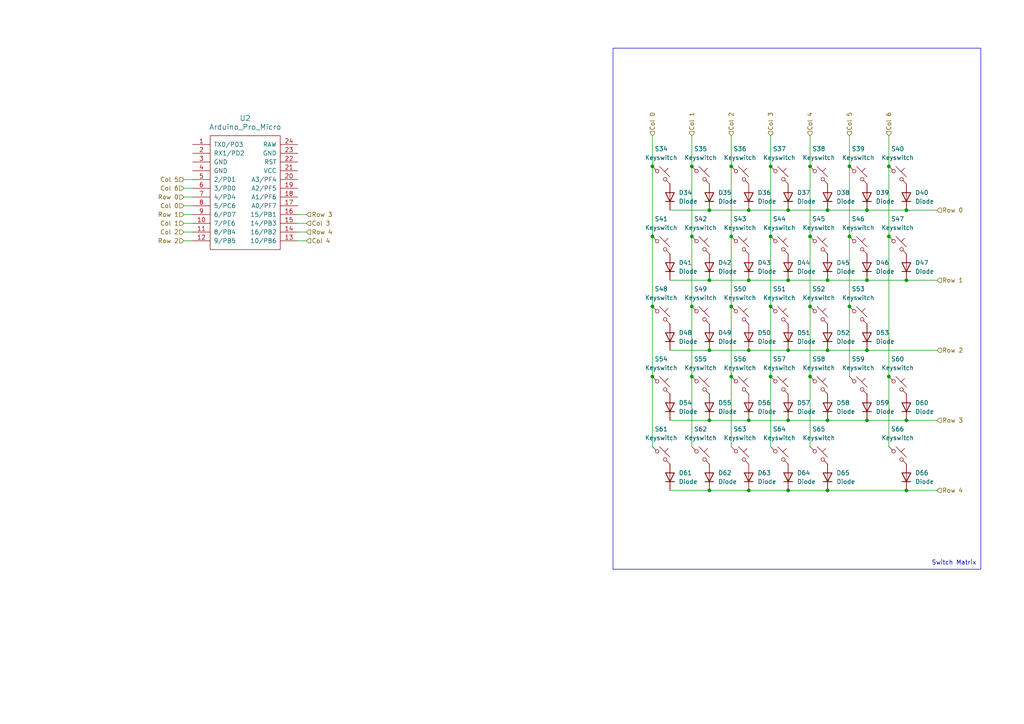
<source format=kicad_sch>
(kicad_sch (version 20250114) (generator "eeschema") (generator_version "9.0")
  (paper "A4")
  (lib_symbols
    (symbol "ScottoKeebs:MCU_Arduino_Pro_Micro" (pin_names (offset 1.016))
      (property "Reference" "U" (at 0 0 0))
      (property "Value" "Arduino_Pro_Micro" (at 0 -19.05 0))
      (symbol "MCU_Arduino_Pro_Micro_0_1"
        (rectangle (start -10.16 16.51) (end 10.16 -16.51))
      )
      (symbol "MCU_Arduino_Pro_Micro_1_1"
        (pin input line (at -15.24 13.97 0) (length 5.08) (name "TX0/PD3") (number "1"))
        (pin input line (at -15.24 11.43 0) (length 5.08) (name "RX1/PD2") (number "2"))
        (pin input line (at -15.24 8.89 0) (length 5.08) (name "GND") (number "3"))
        (pin input line (at -15.24 6.35 0) (length 5.08) (name "GND") (number "4"))
        (pin input line (at -15.24 3.81 0) (length 5.08) (name "2/PD1") (number "5"))
        (pin input line (at -15.24 1.27 0) (length 5.08) (name "3/PD0") (number "6"))
        (pin input line (at -15.24 -1.27 0) (length 5.08) (name "4/PD4") (number "7"))
        (pin input line (at -15.24 -3.81 0) (length 5.08) (name "5/PC6") (number "8"))
        (pin input line (at -15.24 -6.35 0) (length 5.08) (name "6/PD7") (number "9"))
        (pin input line (at -15.24 -8.89 0) (length 5.08) (name "7/PE6") (number "10"))
        (pin input line (at -15.24 -11.43 0) (length 5.08) (name "8/PB4") (number "11"))
        (pin input line (at -15.24 -13.97 0) (length 5.08) (name "9/PB5") (number "12"))
        (pin input line (at 15.24 13.97 180) (length 5.08) (name "RAW") (number "24"))
        (pin input line (at 15.24 11.43 180) (length 5.08) (name "GND") (number "23"))
        (pin input line (at 15.24 8.89 180) (length 5.08) (name "RST") (number "22"))
        (pin input line (at 15.24 6.35 180) (length 5.08) (name "VCC") (number "21"))
        (pin input line (at 15.24 3.81 180) (length 5.08) (name "A3/PF4") (number "20"))
        (pin input line (at 15.24 1.27 180) (length 5.08) (name "A2/PF5") (number "19"))
        (pin input line (at 15.24 -1.27 180) (length 5.08) (name "A1/PF6") (number "18"))
        (pin input line (at 15.24 -3.81 180) (length 5.08) (name "A0/PF7") (number "17"))
        (pin input line (at 15.24 -6.35 180) (length 5.08) (name "15/PB1") (number "16"))
        (pin input line (at 15.24 -8.89 180) (length 5.08) (name "14/PB3") (number "15"))
        (pin input line (at 15.24 -11.43 180) (length 5.08) (name "16/PB2") (number "14"))
        (pin input line (at 15.24 -13.97 180) (length 5.08) (name "10/PB6") (number "13"))
      )
    )
    (symbol "ScottoKeebs:Placeholder_Diode" (pin_numbers (hide yes)) (pin_names (hide yes))
      (property "Reference" "D" (at 0 2.54 0))
      (property "Value" "Diode" (at 0 -2.54 0))
      (symbol "Placeholder_Diode_0_1"
        (polyline (pts (xy -1.27 1.27) (xy -1.27 -1.27)) (stroke (width 0.254)))
        (polyline (pts (xy 1.27 1.27) (xy 1.27 -1.27) (xy -1.27 0) (xy 1.27 1.27)) (stroke (width 0.254)))
        (polyline (pts (xy 1.27 0) (xy -1.27 0)))
      )
      (symbol "Placeholder_Diode_1_1"
        (pin passive line (at -3.81 0 0) (length 2.54) (name "K") (number "1"))
        (pin passive line (at 3.81 0 180) (length 2.54) (name "A") (number "2"))
      )
    )
    (symbol "ScottoKeebs:Placeholder_Keyswitch" (pin_numbers (hide yes)) (pin_names (offset 1.016) (hide yes))
      (property "Reference" "S" (at 3.048 1.016 0))
      (property "Value" "Keyswitch" (at 0 -3.81 0))
      (symbol "Placeholder_Keyswitch_0_1"
        (polyline (pts (xy -2.54 2.54) (xy -1.524 1.524) (xy -1.524 1.524)))
        (circle (center -1.1684 1.1684) (radius 0.508))
        (polyline (pts (xy -0.508 2.54) (xy 2.54 -0.508)))
        (polyline (pts (xy 1.016 1.016) (xy 2.032 2.032)))
        (circle (center 1.143 -1.1938) (radius 0.508))
        (polyline (pts (xy 1.524 -1.524) (xy 2.54 -2.54) (xy 2.54 -2.54) (xy 2.54 -2.54)))
        (pin passive line (at -2.54 2.54 0) (length 0) (name "1") (number "1"))
        (pin passive line (at 2.54 -2.54 180) (length 0) (name "2") (number "2"))
      )
    )
  )
  (rectangle (start 177.8 13.97) (end 284.48 165.1))
  (text "Switch Matrix" (at 283.21 163.322 0) (effects (font (size 1.27 1.27)) (justify right)))
  (junction (at 189.23 68.58))
  (junction (at 205.74 142.24))
  (junction (at 262.89 60.96))
  (junction (at 205.74 81.28))
  (junction (at 228.6 81.28))
  (junction (at 240.03 142.24))
  (junction (at 234.95 48.26))
  (junction (at 200.66 109.22))
  (junction (at 246.38 88.9))
  (junction (at 240.03 121.92))
  (junction (at 251.46 60.96))
  (junction (at 217.17 142.24))
  (junction (at 257.81 48.26))
  (junction (at 240.03 60.96))
  (junction (at 217.17 121.92))
  (junction (at 223.52 68.58))
  (junction (at 200.66 48.26))
  (junction (at 228.6 101.6))
  (junction (at 212.09 68.58))
  (junction (at 212.09 109.22))
  (junction (at 240.03 81.28))
  (junction (at 189.23 109.22))
  (junction (at 246.38 48.26))
  (junction (at 251.46 101.6))
  (junction (at 205.74 121.92))
  (junction (at 240.03 101.6))
  (junction (at 200.66 88.9))
  (junction (at 189.23 48.26))
  (junction (at 228.6 142.24))
  (junction (at 189.23 88.9))
  (junction (at 246.38 68.58))
  (junction (at 217.17 60.96))
  (junction (at 234.95 109.22))
  (junction (at 234.95 68.58))
  (junction (at 205.74 101.6))
  (junction (at 257.81 68.58))
  (junction (at 217.17 101.6))
  (junction (at 223.52 109.22))
  (junction (at 262.89 142.24))
  (junction (at 212.09 48.26))
  (junction (at 200.66 68.58))
  (junction (at 234.95 88.9))
  (junction (at 223.52 88.9))
  (junction (at 223.52 48.26))
  (junction (at 228.6 60.96))
  (junction (at 262.89 121.92))
  (junction (at 205.74 60.96))
  (junction (at 262.89 81.28))
  (junction (at 251.46 121.92))
  (junction (at 251.46 81.28))
  (junction (at 212.09 88.9))
  (junction (at 228.6 121.92))
  (junction (at 217.17 81.28))
  (junction (at 257.81 109.22))
  (wire (pts (xy 194.31 60.96) (xy 205.74 60.96)))
  (wire (pts (xy 251.46 60.96) (xy 262.89 60.96)))
  (wire (pts (xy 53.34 62.23) (xy 55.88 62.23)))
  (wire (pts (xy 246.38 48.26) (xy 246.38 68.58)))
  (wire (pts (xy 223.52 109.22) (xy 223.52 129.54)))
  (wire (pts (xy 212.09 68.58) (xy 212.09 88.9)))
  (wire (pts (xy 200.66 68.58) (xy 200.66 88.9)))
  (wire (pts (xy 240.03 60.96) (xy 251.46 60.96)))
  (wire (pts (xy 251.46 121.92) (xy 262.89 121.92)))
  (wire (pts (xy 217.17 101.6) (xy 228.6 101.6)))
  (wire (pts (xy 189.23 48.26) (xy 189.23 68.58)))
  (wire (pts (xy 246.38 39.37) (xy 246.38 48.26)))
  (wire (pts (xy 189.23 88.9) (xy 189.23 109.22)))
  (wire (pts (xy 53.34 67.31) (xy 55.88 67.31)))
  (wire (pts (xy 205.74 142.24) (xy 217.17 142.24)))
  (wire (pts (xy 234.95 48.26) (xy 234.95 68.58)))
  (wire (pts (xy 271.78 121.92) (xy 262.89 121.92)))
  (wire (pts (xy 271.78 60.96) (xy 262.89 60.96)))
  (wire (pts (xy 223.52 68.58) (xy 223.52 88.9)))
  (wire (pts (xy 240.03 121.92) (xy 251.46 121.92)))
  (wire (pts (xy 223.52 88.9) (xy 223.52 109.22)))
  (wire (pts (xy 246.38 68.58) (xy 246.38 88.9)))
  (wire (pts (xy 240.03 142.24) (xy 262.89 142.24)))
  (wire (pts (xy 228.6 121.92) (xy 240.03 121.92)))
  (wire (pts (xy 194.31 142.24) (xy 205.74 142.24)))
  (wire (pts (xy 212.09 48.26) (xy 212.09 68.58)))
  (wire (pts (xy 194.31 121.92) (xy 205.74 121.92)))
  (wire (pts (xy 240.03 81.28) (xy 251.46 81.28)))
  (wire (pts (xy 234.95 68.58) (xy 234.95 88.9)))
  (wire (pts (xy 228.6 60.96) (xy 240.03 60.96)))
  (wire (pts (xy 271.78 142.24) (xy 262.89 142.24)))
  (wire (pts (xy 246.38 88.9) (xy 246.38 109.22)))
  (wire (pts (xy 194.31 101.6) (xy 205.74 101.6)))
  (wire (pts (xy 228.6 142.24) (xy 240.03 142.24)))
  (wire (pts (xy 217.17 60.96) (xy 228.6 60.96)))
  (wire (pts (xy 200.66 88.9) (xy 200.66 109.22)))
  (wire (pts (xy 189.23 68.58) (xy 189.23 88.9)))
  (wire (pts (xy 88.9 62.23) (xy 86.36 62.23)))
  (wire (pts (xy 205.74 60.96) (xy 217.17 60.96)))
  (wire (pts (xy 53.34 64.77) (xy 55.88 64.77)))
  (wire (pts (xy 212.09 109.22) (xy 212.09 129.54)))
  (wire (pts (xy 271.78 101.6) (xy 251.46 101.6)))
  (wire (pts (xy 88.9 69.85) (xy 86.36 69.85)))
  (wire (pts (xy 189.23 39.37) (xy 189.23 48.26)))
  (wire (pts (xy 217.17 81.28) (xy 228.6 81.28)))
  (wire (pts (xy 234.95 109.22) (xy 234.95 129.54)))
  (wire (pts (xy 53.34 59.69) (xy 55.88 59.69)))
  (wire (pts (xy 257.81 68.58) (xy 257.81 109.22)))
  (wire (pts (xy 200.66 39.37) (xy 200.66 48.26)))
  (wire (pts (xy 205.74 121.92) (xy 217.17 121.92)))
  (wire (pts (xy 212.09 88.9) (xy 212.09 109.22)))
  (wire (pts (xy 223.52 48.26) (xy 223.52 68.58)))
  (wire (pts (xy 251.46 81.28) (xy 262.89 81.28)))
  (wire (pts (xy 53.34 52.07) (xy 55.88 52.07)))
  (wire (pts (xy 205.74 101.6) (xy 217.17 101.6)))
  (wire (pts (xy 240.03 101.6) (xy 251.46 101.6)))
  (wire (pts (xy 228.6 101.6) (xy 240.03 101.6)))
  (wire (pts (xy 189.23 109.22) (xy 189.23 129.54)))
  (wire (pts (xy 257.81 39.37) (xy 257.81 48.26)))
  (wire (pts (xy 53.34 57.15) (xy 55.88 57.15)))
  (wire (pts (xy 234.95 88.9) (xy 234.95 109.22)))
  (wire (pts (xy 194.31 81.28) (xy 205.74 81.28)))
  (wire (pts (xy 257.81 48.26) (xy 257.81 68.58)))
  (wire (pts (xy 217.17 121.92) (xy 228.6 121.92)))
  (wire (pts (xy 200.66 109.22) (xy 200.66 129.54)))
  (wire (pts (xy 223.52 39.37) (xy 223.52 48.26)))
  (wire (pts (xy 212.09 39.37) (xy 212.09 48.26)))
  (wire (pts (xy 53.34 54.61) (xy 55.88 54.61)))
  (wire (pts (xy 257.81 109.22) (xy 257.81 129.54)))
  (wire (pts (xy 234.95 39.37) (xy 234.95 48.26)))
  (wire (pts (xy 205.74 81.28) (xy 217.17 81.28)))
  (wire (pts (xy 217.17 142.24) (xy 228.6 142.24)))
  (wire (pts (xy 88.9 67.31) (xy 86.36 67.31)))
  (wire (pts (xy 262.89 81.28) (xy 271.78 81.28)))
  (wire (pts (xy 228.6 81.28) (xy 240.03 81.28)))
  (wire (pts (xy 53.34 69.85) (xy 55.88 69.85)))
  (wire (pts (xy 200.66 48.26) (xy 200.66 68.58)))
  (wire (pts (xy 88.9 64.77) (xy 86.36 64.77)))
  (hierarchical_label "Row 4" (shape input) (at 88.9 67.31 0))
  (hierarchical_label "Row 2" (shape input) (at 53.34 69.85 180))
  (hierarchical_label "Row 2" (shape input) (at 271.78 101.6 0))
  (hierarchical_label "Col 3" (shape input) (at 88.9 64.77 0))
  (hierarchical_label "Row 0" (shape input) (at 53.34 57.15 180))
  (hierarchical_label "Col 5" (shape input) (at 246.38 39.37 90))
  (hierarchical_label "Row 4" (shape input) (at 271.78 142.24 0))
  (hierarchical_label "Col 2" (shape input) (at 212.09 39.37 90))
  (hierarchical_label "Col 4" (shape input) (at 234.95 39.37 90))
  (hierarchical_label "Col 3" (shape input) (at 223.52 39.37 90))
  (hierarchical_label "Row 3" (shape input) (at 88.9 62.23 0))
  (hierarchical_label "Col 6" (shape input) (at 257.81 39.37 90))
  (hierarchical_label "Col 0" (shape input) (at 189.23 39.37 90))
  (hierarchical_label "Col 1" (shape input) (at 200.66 39.37 90))
  (hierarchical_label "Col 1" (shape input) (at 53.34 64.77 180))
  (hierarchical_label "Row 1" (shape input) (at 53.34 62.23 180))
  (hierarchical_label "Row 1" (shape input) (at 271.78 81.28 0))
  (hierarchical_label "Col 2" (shape input) (at 53.34 67.31 180))
  (hierarchical_label "Col 4" (shape input) (at 88.9 69.85 0))
  (hierarchical_label "Col 6" (shape input) (at 53.34 54.61 180))
  (hierarchical_label "Row 0" (shape input) (at 271.78 60.96 0))
  (hierarchical_label "Col 0" (shape input) (at 53.34 59.69 180))
  (hierarchical_label "Col 5" (shape input) (at 53.34 52.07 180))
  (hierarchical_label "Row 3" (shape input) (at 271.78 121.92 0))
  (symbol (lib_id "ScottoKeebs:Placeholder_Keyswitch") (at 214.63 91.44 0) (unit 1)
    (property "Reference" "S50" (at 214.63 83.82 0))
    (property "Value" "Keyswitch" (at 214.63 86.36 0))
    (property "Footprint" "ScottoKeebs_Hotswap:Hotswap_MX_1.00u" (effects (hide yes)))
    (property "Description" "Push button switch, normally open, two pins, 45° tilted" (effects (hide yes)))
  )
  (symbol (lib_id "ScottoKeebs:Placeholder_Diode") (at 251.46 118.11 90) (unit 1)
    (property "Reference" "D59" (at 254 116.8399 90) (effects (justify right)))
    (property "Value" "Diode" (at 254 119.3799 90) (effects (justify right)))
    (property "Footprint" "ScottoKeebs_Components:Diode_SOD-123" (effects (hide yes)))
    (property "Description" "1N4148 (DO-35) or 1N4148W (SOD-123)" (effects (hide yes)))
    (property "Sim.Device" "D" (effects (hide yes)))
    (property "Sim.Pins" "1=K 2=A" (effects (hide yes)))
  )
  (symbol (lib_id "ScottoKeebs:Placeholder_Diode") (at 262.89 118.11 90) (unit 1)
    (property "Reference" "D60" (at 265.43 116.8399 90) (effects (justify right)))
    (property "Value" "Diode" (at 265.43 119.3799 90) (effects (justify right)))
    (property "Footprint" "ScottoKeebs_Components:Diode_SOD-123" (effects (hide yes)))
    (property "Description" "1N4148 (DO-35) or 1N4148W (SOD-123)" (effects (hide yes)))
    (property "Sim.Device" "D" (effects (hide yes)))
    (property "Sim.Pins" "1=K 2=A" (effects (hide yes)))
  )
  (symbol (lib_id "ScottoKeebs:Placeholder_Keyswitch") (at 203.2 111.76 0) (unit 1)
    (property "Reference" "S55" (at 203.2 104.14 0))
    (property "Value" "Keyswitch" (at 203.2 106.68 0))
    (property "Footprint" "ScottoKeebs_Hotswap:Hotswap_MX_1.00u" (effects (hide yes)))
    (property "Description" "Push button switch, normally open, two pins, 45° tilted" (effects (hide yes)))
  )
  (symbol (lib_id "ScottoKeebs:Placeholder_Keyswitch") (at 191.77 111.76 0) (unit 1)
    (property "Reference" "S54" (at 191.77 104.14 0))
    (property "Value" "Keyswitch" (at 191.77 106.68 0))
    (property "Footprint" "ScottoKeebs_Hotswap:Hotswap_MX_1.00u" (effects (hide yes)))
    (property "Description" "Push button switch, normally open, two pins, 45° tilted" (effects (hide yes)))
  )
  (symbol (lib_id "ScottoKeebs:Placeholder_Diode") (at 217.17 138.43 90) (unit 1)
    (property "Reference" "D63" (at 219.71 137.1599 90) (effects (justify right)))
    (property "Value" "Diode" (at 219.71 139.6999 90) (effects (justify right)))
    (property "Footprint" "ScottoKeebs_Components:Diode_SOD-123" (effects (hide yes)))
    (property "Description" "1N4148 (DO-35) or 1N4148W (SOD-123)" (effects (hide yes)))
    (property "Sim.Device" "D" (effects (hide yes)))
    (property "Sim.Pins" "1=K 2=A" (effects (hide yes)))
  )
  (symbol (lib_id "ScottoKeebs:Placeholder_Keyswitch") (at 237.49 50.8 0) (unit 1)
    (property "Reference" "S38" (at 237.49 43.18 0))
    (property "Value" "Keyswitch" (at 237.49 45.72 0))
    (property "Footprint" "ScottoKeebs_Hotswap:Hotswap_MX_1.00u" (effects (hide yes)))
    (property "Description" "Push button switch, normally open, two pins, 45° tilted" (effects (hide yes)))
  )
  (symbol (lib_id "ScottoKeebs:Placeholder_Diode") (at 217.17 57.15 90) (unit 1)
    (property "Reference" "D36" (at 219.71 55.8799 90) (effects (justify right)))
    (property "Value" "Diode" (at 219.71 58.4199 90) (effects (justify right)))
    (property "Footprint" "ScottoKeebs_Components:Diode_SOD-123" (effects (hide yes)))
    (property "Description" "1N4148 (DO-35) or 1N4148W (SOD-123)" (effects (hide yes)))
    (property "Sim.Device" "D" (effects (hide yes)))
    (property "Sim.Pins" "1=K 2=A" (effects (hide yes)))
  )
  (symbol (lib_id "ScottoKeebs:Placeholder_Diode") (at 228.6 57.15 90) (unit 1)
    (property "Reference" "D37" (at 231.14 55.8799 90) (effects (justify right)))
    (property "Value" "Diode" (at 231.14 58.4199 90) (effects (justify right)))
    (property "Footprint" "ScottoKeebs_Components:Diode_SOD-123" (effects (hide yes)))
    (property "Description" "1N4148 (DO-35) or 1N4148W (SOD-123)" (effects (hide yes)))
    (property "Sim.Device" "D" (effects (hide yes)))
    (property "Sim.Pins" "1=K 2=A" (effects (hide yes)))
  )
  (symbol (lib_id "ScottoKeebs:Placeholder_Diode") (at 251.46 97.79 90) (unit 1)
    (property "Reference" "D53" (at 254 96.5199 90) (effects (justify right)))
    (property "Value" "Diode" (at 254 99.0599 90) (effects (justify right)))
    (property "Footprint" "ScottoKeebs_Components:Diode_SOD-123" (effects (hide yes)))
    (property "Description" "1N4148 (DO-35) or 1N4148W (SOD-123)" (effects (hide yes)))
    (property "Sim.Device" "D" (effects (hide yes)))
    (property "Sim.Pins" "1=K 2=A" (effects (hide yes)))
  )
  (symbol (lib_id "ScottoKeebs:Placeholder_Keyswitch") (at 203.2 71.12 0) (unit 1)
    (property "Reference" "S42" (at 203.2 63.5 0))
    (property "Value" "Keyswitch" (at 203.2 66.04 0))
    (property "Footprint" "ScottoKeebs_Hotswap:Hotswap_MX_1.00u" (effects (hide yes)))
    (property "Description" "Push button switch, normally open, two pins, 45° tilted" (effects (hide yes)))
  )
  (symbol (lib_id "ScottoKeebs:Placeholder_Keyswitch") (at 260.35 132.08 0) (unit 1)
    (property "Reference" "S66" (at 260.35 124.46 0))
    (property "Value" "Keyswitch" (at 260.35 127 0))
    (property "Footprint" "ScottoKeebs_Hotswap:Hotswap_MX_1.00u" (effects (hide yes)))
    (property "Description" "Push button switch, normally open, two pins, 45° tilted" (effects (hide yes)))
  )
  (symbol (lib_id "ScottoKeebs:Placeholder_Keyswitch") (at 237.49 91.44 0) (unit 1)
    (property "Reference" "S52" (at 237.49 83.82 0))
    (property "Value" "Keyswitch" (at 237.49 86.36 0))
    (property "Footprint" "ScottoKeebs_Hotswap:Hotswap_MX_1.00u" (effects (hide yes)))
    (property "Description" "Push button switch, normally open, two pins, 45° tilted" (effects (hide yes)))
  )
  (symbol (lib_id "ScottoKeebs:Placeholder_Diode") (at 194.31 97.79 90) (unit 1)
    (property "Reference" "D48" (at 196.85 96.5199 90) (effects (justify right)))
    (property "Value" "Diode" (at 196.85 99.0599 90) (effects (justify right)))
    (property "Footprint" "ScottoKeebs_Components:Diode_SOD-123" (effects (hide yes)))
    (property "Description" "1N4148 (DO-35) or 1N4148W (SOD-123)" (effects (hide yes)))
    (property "Sim.Device" "D" (effects (hide yes)))
    (property "Sim.Pins" "1=K 2=A" (effects (hide yes)))
  )
  (symbol (lib_id "ScottoKeebs:Placeholder_Diode") (at 205.74 77.47 90) (unit 1)
    (property "Reference" "D42" (at 208.28 76.1999 90) (effects (justify right)))
    (property "Value" "Diode" (at 208.28 78.7399 90) (effects (justify right)))
    (property "Footprint" "ScottoKeebs_Components:Diode_SOD-123" (effects (hide yes)))
    (property "Description" "1N4148 (DO-35) or 1N4148W (SOD-123)" (effects (hide yes)))
    (property "Sim.Device" "D" (effects (hide yes)))
    (property "Sim.Pins" "1=K 2=A" (effects (hide yes)))
  )
  (symbol (lib_id "ScottoKeebs:Placeholder_Diode") (at 205.74 97.79 90) (unit 1)
    (property "Reference" "D49" (at 208.28 96.5199 90) (effects (justify right)))
    (property "Value" "Diode" (at 208.28 99.0599 90) (effects (justify right)))
    (property "Footprint" "ScottoKeebs_Components:Diode_SOD-123" (effects (hide yes)))
    (property "Description" "1N4148 (DO-35) or 1N4148W (SOD-123)" (effects (hide yes)))
    (property "Sim.Device" "D" (effects (hide yes)))
    (property "Sim.Pins" "1=K 2=A" (effects (hide yes)))
  )
  (symbol (lib_id "ScottoKeebs:Placeholder_Diode") (at 262.89 77.47 90) (unit 1)
    (property "Reference" "D47" (at 265.43 76.1999 90) (effects (justify right)))
    (property "Value" "Diode" (at 265.43 78.7399 90) (effects (justify right)))
    (property "Footprint" "ScottoKeebs_Components:Diode_SOD-123" (effects (hide yes)))
    (property "Description" "1N4148 (DO-35) or 1N4148W (SOD-123)" (effects (hide yes)))
    (property "Sim.Device" "D" (effects (hide yes)))
    (property "Sim.Pins" "1=K 2=A" (effects (hide yes)))
  )
  (symbol (lib_id "ScottoKeebs:Placeholder_Keyswitch") (at 226.06 50.8 0) (unit 1)
    (property "Reference" "S37" (at 226.06 43.18 0))
    (property "Value" "Keyswitch" (at 226.06 45.72 0))
    (property "Footprint" "ScottoKeebs_Hotswap:Hotswap_MX_1.00u" (effects (hide yes)))
    (property "Description" "Push button switch, normally open, two pins, 45° tilted" (effects (hide yes)))
  )
  (symbol (lib_id "ScottoKeebs:Placeholder_Diode") (at 217.17 97.79 90) (unit 1)
    (property "Reference" "D50" (at 219.71 96.5199 90) (effects (justify right)))
    (property "Value" "Diode" (at 219.71 99.0599 90) (effects (justify right)))
    (property "Footprint" "ScottoKeebs_Components:Diode_SOD-123" (effects (hide yes)))
    (property "Description" "1N4148 (DO-35) or 1N4148W (SOD-123)" (effects (hide yes)))
    (property "Sim.Device" "D" (effects (hide yes)))
    (property "Sim.Pins" "1=K 2=A" (effects (hide yes)))
  )
  (symbol (lib_id "ScottoKeebs:Placeholder_Diode") (at 240.03 77.47 90) (unit 1)
    (property "Reference" "D45" (at 242.57 76.1999 90) (effects (justify right)))
    (property "Value" "Diode" (at 242.57 78.7399 90) (effects (justify right)))
    (property "Footprint" "ScottoKeebs_Components:Diode_SOD-123" (effects (hide yes)))
    (property "Description" "1N4148 (DO-35) or 1N4148W (SOD-123)" (effects (hide yes)))
    (property "Sim.Device" "D" (effects (hide yes)))
    (property "Sim.Pins" "1=K 2=A" (effects (hide yes)))
  )
  (symbol (lib_id "ScottoKeebs:Placeholder_Diode") (at 240.03 57.15 90) (unit 1)
    (property "Reference" "D38" (at 242.57 55.8799 90) (effects (justify right)))
    (property "Value" "Diode" (at 242.57 58.4199 90) (effects (justify right)))
    (property "Footprint" "ScottoKeebs_Components:Diode_SOD-123" (effects (hide yes)))
    (property "Description" "1N4148 (DO-35) or 1N4148W (SOD-123)" (effects (hide yes)))
    (property "Sim.Device" "D" (effects (hide yes)))
    (property "Sim.Pins" "1=K 2=A" (effects (hide yes)))
  )
  (symbol (lib_id "ScottoKeebs:Placeholder_Diode") (at 262.89 57.15 90) (unit 1)
    (property "Reference" "D40" (at 265.43 55.8799 90) (effects (justify right)))
    (property "Value" "Diode" (at 265.43 58.4199 90) (effects (justify right)))
    (property "Footprint" "ScottoKeebs_Components:Diode_SOD-123" (effects (hide yes)))
    (property "Description" "1N4148 (DO-35) or 1N4148W (SOD-123)" (effects (hide yes)))
    (property "Sim.Device" "D" (effects (hide yes)))
    (property "Sim.Pins" "1=K 2=A" (effects (hide yes)))
  )
  (symbol (lib_id "ScottoKeebs:Placeholder_Keyswitch") (at 260.35 111.76 0) (unit 1)
    (property "Reference" "S60" (at 260.35 104.14 0))
    (property "Value" "Keyswitch" (at 260.35 106.68 0))
    (property "Footprint" "ScottoKeebs_Hotswap:Hotswap_MX_2.00u_90deg" (effects (hide yes)))
    (property "Description" "Push button switch, normally open, two pins, 45° tilted" (effects (hide yes)))
  )
  (symbol (lib_id "ScottoKeebs:Placeholder_Diode") (at 251.46 57.15 90) (unit 1)
    (property "Reference" "D39" (at 254 55.8799 90) (effects (justify right)))
    (property "Value" "Diode" (at 254 58.4199 90) (effects (justify right)))
    (property "Footprint" "ScottoKeebs_Components:Diode_SOD-123" (effects (hide yes)))
    (property "Description" "1N4148 (DO-35) or 1N4148W (SOD-123)" (effects (hide yes)))
    (property "Sim.Device" "D" (effects (hide yes)))
    (property "Sim.Pins" "1=K 2=A" (effects (hide yes)))
  )
  (symbol (lib_id "ScottoKeebs:MCU_Arduino_Pro_Micro") (at 71.12 55.88 0) (unit 1)
    (property "Reference" "U2" (at 71.12 34.29 0) (effects (font (size 1.524 1.524))))
    (property "Value" "Arduino_Pro_Micro" (at 71.12 36.83 0) (effects (font (size 1.524 1.524))))
    (property "Footprint" "ScottoKeebs_MCU:Arduino_Pro_Micro" (effects (hide yes)))
  )
  (symbol (lib_id "ScottoKeebs:Placeholder_Keyswitch") (at 203.2 132.08 0) (unit 1)
    (property "Reference" "S62" (at 203.2 124.46 0))
    (property "Value" "Keyswitch" (at 203.2 127 0))
    (property "Footprint" "ScottoKeebs_Hotswap:Hotswap_MX_1.00u" (effects (hide yes)))
    (property "Description" "Push button switch, normally open, two pins, 45° tilted" (effects (hide yes)))
  )
  (symbol (lib_id "ScottoKeebs:Placeholder_Keyswitch") (at 260.35 71.12 0) (unit 1)
    (property "Reference" "S47" (at 260.35 63.5 0))
    (property "Value" "Keyswitch" (at 260.35 66.04 0))
    (property "Footprint" "ScottoKeebs_Hotswap:Hotswap_MX_1.00u" (effects (hide yes)))
    (property "Description" "Push button switch, normally open, two pins, 45° tilted" (effects (hide yes)))
  )
  (symbol (lib_id "ScottoKeebs:Placeholder_Keyswitch") (at 214.63 132.08 0) (unit 1)
    (property "Reference" "S63" (at 214.63 124.46 0))
    (property "Value" "Keyswitch" (at 214.63 127 0))
    (property "Footprint" "ScottoKeebs_Hotswap:Hotswap_MX_1.00u" (effects (hide yes)))
    (property "Description" "Push button switch, normally open, two pins, 45° tilted" (effects (hide yes)))
  )
  (symbol (lib_id "ScottoKeebs:Placeholder_Diode") (at 262.89 138.43 90) (unit 1)
    (property "Reference" "D66" (at 265.43 137.1599 90) (effects (justify right)))
    (property "Value" "Diode" (at 265.43 139.6999 90) (effects (justify right)))
    (property "Footprint" "ScottoKeebs_Components:Diode_SOD-123" (effects (hide yes)))
    (property "Description" "1N4148 (DO-35) or 1N4148W (SOD-123)" (effects (hide yes)))
    (property "Sim.Device" "D" (effects (hide yes)))
    (property "Sim.Pins" "1=K 2=A" (effects (hide yes)))
  )
  (symbol (lib_id "ScottoKeebs:Placeholder_Keyswitch") (at 226.06 71.12 0) (unit 1)
    (property "Reference" "S44" (at 226.06 63.5 0))
    (property "Value" "Keyswitch" (at 226.06 66.04 0))
    (property "Footprint" "ScottoKeebs_Hotswap:Hotswap_MX_1.00u" (effects (hide yes)))
    (property "Description" "Push button switch, normally open, two pins, 45° tilted" (effects (hide yes)))
  )
  (symbol (lib_id "ScottoKeebs:Placeholder_Diode") (at 228.6 97.79 90) (unit 1)
    (property "Reference" "D51" (at 231.14 96.5199 90) (effects (justify right)))
    (property "Value" "Diode" (at 231.14 99.0599 90) (effects (justify right)))
    (property "Footprint" "ScottoKeebs_Components:Diode_SOD-123" (effects (hide yes)))
    (property "Description" "1N4148 (DO-35) or 1N4148W (SOD-123)" (effects (hide yes)))
    (property "Sim.Device" "D" (effects (hide yes)))
    (property "Sim.Pins" "1=K 2=A" (effects (hide yes)))
  )
  (symbol (lib_id "ScottoKeebs:Placeholder_Diode") (at 205.74 118.11 90) (unit 1)
    (property "Reference" "D55" (at 208.28 116.8399 90) (effects (justify right)))
    (property "Value" "Diode" (at 208.28 119.3799 90) (effects (justify right)))
    (property "Footprint" "ScottoKeebs_Components:Diode_SOD-123" (effects (hide yes)))
    (property "Description" "1N4148 (DO-35) or 1N4148W (SOD-123)" (effects (hide yes)))
    (property "Sim.Device" "D" (effects (hide yes)))
    (property "Sim.Pins" "1=K 2=A" (effects (hide yes)))
  )
  (symbol (lib_id "ScottoKeebs:Placeholder_Keyswitch") (at 226.06 91.44 0) (unit 1)
    (property "Reference" "S51" (at 226.06 83.82 0))
    (property "Value" "Keyswitch" (at 226.06 86.36 0))
    (property "Footprint" "ScottoKeebs_Hotswap:Hotswap_MX_1.00u" (effects (hide yes)))
    (property "Description" "Push button switch, normally open, two pins, 45° tilted" (effects (hide yes)))
  )
  (symbol (lib_id "ScottoKeebs:Placeholder_Diode") (at 251.46 77.47 90) (unit 1)
    (property "Reference" "D46" (at 254 76.1999 90) (effects (justify right)))
    (property "Value" "Diode" (at 254 78.7399 90) (effects (justify right)))
    (property "Footprint" "ScottoKeebs_Components:Diode_SOD-123" (effects (hide yes)))
    (property "Description" "1N4148 (DO-35) or 1N4148W (SOD-123)" (effects (hide yes)))
    (property "Sim.Device" "D" (effects (hide yes)))
    (property "Sim.Pins" "1=K 2=A" (effects (hide yes)))
  )
  (symbol (lib_id "ScottoKeebs:Placeholder_Diode") (at 240.03 138.43 90) (unit 1)
    (property "Reference" "D65" (at 242.57 137.1599 90) (effects (justify right)))
    (property "Value" "Diode" (at 242.57 139.6999 90) (effects (justify right)))
    (property "Footprint" "ScottoKeebs_Components:Diode_SOD-123" (effects (hide yes)))
    (property "Description" "1N4148 (DO-35) or 1N4148W (SOD-123)" (effects (hide yes)))
    (property "Sim.Device" "D" (effects (hide yes)))
    (property "Sim.Pins" "1=K 2=A" (effects (hide yes)))
  )
  (symbol (lib_id "ScottoKeebs:Placeholder_Diode") (at 205.74 138.43 90) (unit 1)
    (property "Reference" "D62" (at 208.28 137.1599 90) (effects (justify right)))
    (property "Value" "Diode" (at 208.28 139.6999 90) (effects (justify right)))
    (property "Footprint" "ScottoKeebs_Components:Diode_SOD-123" (effects (hide yes)))
    (property "Description" "1N4148 (DO-35) or 1N4148W (SOD-123)" (effects (hide yes)))
    (property "Sim.Device" "D" (effects (hide yes)))
    (property "Sim.Pins" "1=K 2=A" (effects (hide yes)))
  )
  (symbol (lib_id "ScottoKeebs:Placeholder_Keyswitch") (at 191.77 132.08 0) (unit 1)
    (property "Reference" "S61" (at 191.77 124.46 0))
    (property "Value" "Keyswitch" (at 191.77 127 0))
    (property "Footprint" "ScottoKeebs_Hotswap:Hotswap_MX_1.00u" (effects (hide yes)))
    (property "Description" "Push button switch, normally open, two pins, 45° tilted" (effects (hide yes)))
  )
  (symbol (lib_id "ScottoKeebs:Placeholder_Keyswitch") (at 237.49 111.76 0) (unit 1)
    (property "Reference" "S58" (at 237.49 104.14 0))
    (property "Value" "Keyswitch" (at 237.49 106.68 0))
    (property "Footprint" "ScottoKeebs_Hotswap:Hotswap_MX_1.00u" (effects (hide yes)))
    (property "Description" "Push button switch, normally open, two pins, 45° tilted" (effects (hide yes)))
  )
  (symbol (lib_id "ScottoKeebs:Placeholder_Diode") (at 240.03 97.79 90) (unit 1)
    (property "Reference" "D52" (at 242.57 96.5199 90) (effects (justify right)))
    (property "Value" "Diode" (at 242.57 99.0599 90) (effects (justify right)))
    (property "Footprint" "ScottoKeebs_Components:Diode_SOD-123" (effects (hide yes)))
    (property "Description" "1N4148 (DO-35) or 1N4148W (SOD-123)" (effects (hide yes)))
    (property "Sim.Device" "D" (effects (hide yes)))
    (property "Sim.Pins" "1=K 2=A" (effects (hide yes)))
  )
  (symbol (lib_id "ScottoKeebs:Placeholder_Diode") (at 228.6 138.43 90) (unit 1)
    (property "Reference" "D64" (at 231.14 137.1599 90) (effects (justify right)))
    (property "Value" "Diode" (at 231.14 139.6999 90) (effects (justify right)))
    (property "Footprint" "ScottoKeebs_Components:Diode_SOD-123" (effects (hide yes)))
    (property "Description" "1N4148 (DO-35) or 1N4148W (SOD-123)" (effects (hide yes)))
    (property "Sim.Device" "D" (effects (hide yes)))
    (property "Sim.Pins" "1=K 2=A" (effects (hide yes)))
  )
  (symbol (lib_id "ScottoKeebs:Placeholder_Diode") (at 194.31 77.47 90) (unit 1)
    (property "Reference" "D41" (at 196.85 76.1999 90) (effects (justify right)))
    (property "Value" "Diode" (at 196.85 78.7399 90) (effects (justify right)))
    (property "Footprint" "ScottoKeebs_Components:Diode_SOD-123" (effects (hide yes)))
    (property "Description" "1N4148 (DO-35) or 1N4148W (SOD-123)" (effects (hide yes)))
    (property "Sim.Device" "D" (effects (hide yes)))
    (property "Sim.Pins" "1=K 2=A" (effects (hide yes)))
  )
  (symbol (lib_id "ScottoKeebs:Placeholder_Keyswitch") (at 260.35 50.8 0) (unit 1)
    (property "Reference" "S40" (at 260.35 43.18 0))
    (property "Value" "Keyswitch" (at 260.35 45.72 0))
    (property "Footprint" "ScottoKeebs_Hotswap:Hotswap_MX_1.00u" (effects (hide yes)))
    (property "Description" "Push button switch, normally open, two pins, 45° tilted" (effects (hide yes)))
  )
  (symbol (lib_id "ScottoKeebs:Placeholder_Diode") (at 240.03 118.11 90) (unit 1)
    (property "Reference" "D58" (at 242.57 116.8399 90) (effects (justify right)))
    (property "Value" "Diode" (at 242.57 119.3799 90) (effects (justify right)))
    (property "Footprint" "ScottoKeebs_Components:Diode_SOD-123" (effects (hide yes)))
    (property "Description" "1N4148 (DO-35) or 1N4148W (SOD-123)" (effects (hide yes)))
    (property "Sim.Device" "D" (effects (hide yes)))
    (property "Sim.Pins" "1=K 2=A" (effects (hide yes)))
  )
  (symbol (lib_id "ScottoKeebs:Placeholder_Keyswitch") (at 248.92 111.76 0) (unit 1)
    (property "Reference" "S59" (at 248.92 104.14 0))
    (property "Value" "Keyswitch" (at 248.92 106.68 0))
    (property "Footprint" "ScottoKeebs_Hotswap:Hotswap_MX_1.00u" (effects (hide yes)))
    (property "Description" "Push button switch, normally open, two pins, 45° tilted" (effects (hide yes)))
  )
  (symbol (lib_id "ScottoKeebs:Placeholder_Keyswitch") (at 248.92 50.8 0) (unit 1)
    (property "Reference" "S39" (at 248.92 43.18 0))
    (property "Value" "Keyswitch" (at 248.92 45.72 0))
    (property "Footprint" "ScottoKeebs_Hotswap:Hotswap_MX_1.00u" (effects (hide yes)))
    (property "Description" "Push button switch, normally open, two pins, 45° tilted" (effects (hide yes)))
  )
  (symbol (lib_id "ScottoKeebs:Placeholder_Keyswitch") (at 191.77 91.44 0) (unit 1)
    (property "Reference" "S48" (at 191.77 83.82 0))
    (property "Value" "Keyswitch" (at 191.77 86.36 0))
    (property "Footprint" "ScottoKeebs_Hotswap:Hotswap_MX_1.00u" (effects (hide yes)))
    (property "Description" "Push button switch, normally open, two pins, 45° tilted" (effects (hide yes)))
  )
  (symbol (lib_id "ScottoKeebs:Placeholder_Diode") (at 194.31 57.15 90) (unit 1)
    (property "Reference" "D34" (at 196.85 55.8799 90) (effects (justify right)))
    (property "Value" "Diode" (at 196.85 58.4199 90) (effects (justify right)))
    (property "Footprint" "ScottoKeebs_Components:Diode_SOD-123" (effects (hide yes)))
    (property "Description" "1N4148 (DO-35) or 1N4148W (SOD-123)" (effects (hide yes)))
    (property "Sim.Device" "D" (effects (hide yes)))
    (property "Sim.Pins" "1=K 2=A" (effects (hide yes)))
  )
  (symbol (lib_id "ScottoKeebs:Placeholder_Keyswitch") (at 237.49 71.12 0) (unit 1)
    (property "Reference" "S45" (at 237.49 63.5 0))
    (property "Value" "Keyswitch" (at 237.49 66.04 0))
    (property "Footprint" "ScottoKeebs_Hotswap:Hotswap_MX_1.00u" (effects (hide yes)))
    (property "Description" "Push button switch, normally open, two pins, 45° tilted" (effects (hide yes)))
  )
  (symbol (lib_id "ScottoKeebs:Placeholder_Diode") (at 217.17 118.11 90) (unit 1)
    (property "Reference" "D56" (at 219.71 116.8399 90) (effects (justify right)))
    (property "Value" "Diode" (at 219.71 119.3799 90) (effects (justify right)))
    (property "Footprint" "ScottoKeebs_Components:Diode_SOD-123" (effects (hide yes)))
    (property "Description" "1N4148 (DO-35) or 1N4148W (SOD-123)" (effects (hide yes)))
    (property "Sim.Device" "D" (effects (hide yes)))
    (property "Sim.Pins" "1=K 2=A" (effects (hide yes)))
  )
  (symbol (lib_id "ScottoKeebs:Placeholder_Keyswitch") (at 191.77 50.8 0) (unit 1)
    (property "Reference" "S34" (at 191.77 43.18 0))
    (property "Value" "Keyswitch" (at 191.77 45.72 0))
    (property "Footprint" "ScottoKeebs_Hotswap:Hotswap_MX_1.00u" (effects (hide yes)))
    (property "Description" "Push button switch, normally open, two pins, 45° tilted" (effects (hide yes)))
  )
  (symbol (lib_id "ScottoKeebs:Placeholder_Diode") (at 194.31 138.43 90) (unit 1)
    (property "Reference" "D61" (at 196.85 137.1599 90) (effects (justify right)))
    (property "Value" "Diode" (at 196.85 139.6999 90) (effects (justify right)))
    (property "Footprint" "ScottoKeebs_Components:Diode_SOD-123" (effects (hide yes)))
    (property "Description" "1N4148 (DO-35) or 1N4148W (SOD-123)" (effects (hide yes)))
    (property "Sim.Device" "D" (effects (hide yes)))
    (property "Sim.Pins" "1=K 2=A" (effects (hide yes)))
  )
  (symbol (lib_id "ScottoKeebs:Placeholder_Keyswitch") (at 248.92 91.44 0) (unit 1)
    (property "Reference" "S53" (at 248.92 83.82 0))
    (property "Value" "Keyswitch" (at 248.92 86.36 0))
    (property "Footprint" "ScottoKeebs_Hotswap:Hotswap_MX_1.00u" (effects (hide yes)))
    (property "Description" "Push button switch, normally open, two pins, 45° tilted" (effects (hide yes)))
  )
  (symbol (lib_id "ScottoKeebs:Placeholder_Keyswitch") (at 226.06 132.08 0) (unit 1)
    (property "Reference" "S64" (at 226.06 124.46 0))
    (property "Value" "Keyswitch" (at 226.06 127 0))
    (property "Footprint" "ScottoKeebs_Hotswap:Hotswap_MX_1.00u" (effects (hide yes)))
    (property "Description" "Push button switch, normally open, two pins, 45° tilted" (effects (hide yes)))
  )
  (symbol (lib_id "ScottoKeebs:Placeholder_Diode") (at 217.17 77.47 90) (unit 1)
    (property "Reference" "D43" (at 219.71 76.1999 90) (effects (justify right)))
    (property "Value" "Diode" (at 219.71 78.7399 90) (effects (justify right)))
    (property "Footprint" "ScottoKeebs_Components:Diode_SOD-123" (effects (hide yes)))
    (property "Description" "1N4148 (DO-35) or 1N4148W (SOD-123)" (effects (hide yes)))
    (property "Sim.Device" "D" (effects (hide yes)))
    (property "Sim.Pins" "1=K 2=A" (effects (hide yes)))
  )
  (symbol (lib_id "ScottoKeebs:Placeholder_Diode") (at 205.74 57.15 90) (unit 1)
    (property "Reference" "D35" (at 208.28 55.8799 90) (effects (justify right)))
    (property "Value" "Diode" (at 208.28 58.4199 90) (effects (justify right)))
    (property "Footprint" "ScottoKeebs_Components:Diode_SOD-123" (effects (hide yes)))
    (property "Description" "1N4148 (DO-35) or 1N4148W (SOD-123)" (effects (hide yes)))
    (property "Sim.Device" "D" (effects (hide yes)))
    (property "Sim.Pins" "1=K 2=A" (effects (hide yes)))
  )
  (symbol (lib_id "ScottoKeebs:Placeholder_Keyswitch") (at 214.63 50.8 0) (unit 1)
    (property "Reference" "S36" (at 214.63 43.18 0))
    (property "Value" "Keyswitch" (at 214.63 45.72 0))
    (property "Footprint" "ScottoKeebs_Hotswap:Hotswap_MX_1.00u" (effects (hide yes)))
    (property "Description" "Push button switch, normally open, two pins, 45° tilted" (effects (hide yes)))
  )
  (symbol (lib_id "ScottoKeebs:Placeholder_Keyswitch") (at 191.77 71.12 0) (unit 1)
    (property "Reference" "S41" (at 191.77 63.5 0))
    (property "Value" "Keyswitch" (at 191.77 66.04 0))
    (property "Footprint" "ScottoKeebs_Hotswap:Hotswap_MX_1.00u" (effects (hide yes)))
    (property "Description" "Push button switch, normally open, two pins, 45° tilted" (effects (hide yes)))
  )
  (symbol (lib_id "ScottoKeebs:Placeholder_Diode") (at 228.6 118.11 90) (unit 1)
    (property "Reference" "D57" (at 231.14 116.8399 90) (effects (justify right)))
    (property "Value" "Diode" (at 231.14 119.3799 90) (effects (justify right)))
    (property "Footprint" "ScottoKeebs_Components:Diode_SOD-123" (effects (hide yes)))
    (property "Description" "1N4148 (DO-35) or 1N4148W (SOD-123)" (effects (hide yes)))
    (property "Sim.Device" "D" (effects (hide yes)))
    (property "Sim.Pins" "1=K 2=A" (effects (hide yes)))
  )
  (symbol (lib_id "ScottoKeebs:Placeholder_Keyswitch") (at 226.06 111.76 0) (unit 1)
    (property "Reference" "S57" (at 226.06 104.14 0))
    (property "Value" "Keyswitch" (at 226.06 106.68 0))
    (property "Footprint" "ScottoKeebs_Hotswap:Hotswap_MX_1.00u" (effects (hide yes)))
    (property "Description" "Push button switch, normally open, two pins, 45° tilted" (effects (hide yes)))
  )
  (symbol (lib_id "ScottoKeebs:Placeholder_Keyswitch") (at 237.49 132.08 0) (unit 1)
    (property "Reference" "S65" (at 237.49 124.46 0))
    (property "Value" "Keyswitch" (at 237.49 127 0))
    (property "Footprint" "ScottoKeebs_Hotswap:Hotswap_MX_2.00u" (effects (hide yes)))
    (property "Description" "Push button switch, normally open, two pins, 45° tilted" (effects (hide yes)))
  )
  (symbol (lib_id "ScottoKeebs:Placeholder_Keyswitch") (at 248.92 71.12 0) (unit 1)
    (property "Reference" "S46" (at 248.92 63.5 0))
    (property "Value" "Keyswitch" (at 248.92 66.04 0))
    (property "Footprint" "ScottoKeebs_Hotswap:Hotswap_MX_1.00u" (effects (hide yes)))
    (property "Description" "Push button switch, normally open, two pins, 45° tilted" (effects (hide yes)))
  )
  (symbol (lib_id "ScottoKeebs:Placeholder_Keyswitch") (at 203.2 91.44 0) (unit 1)
    (property "Reference" "S49" (at 203.2 83.82 0))
    (property "Value" "Keyswitch" (at 203.2 86.36 0))
    (property "Footprint" "ScottoKeebs_Hotswap:Hotswap_MX_1.00u" (effects (hide yes)))
    (property "Description" "Push button switch, normally open, two pins, 45° tilted" (effects (hide yes)))
  )
  (symbol (lib_id "ScottoKeebs:Placeholder_Keyswitch") (at 214.63 71.12 0) (unit 1)
    (property "Reference" "S43" (at 214.63 63.5 0))
    (property "Value" "Keyswitch" (at 214.63 66.04 0))
    (property "Footprint" "ScottoKeebs_Hotswap:Hotswap_MX_1.00u" (effects (hide yes)))
    (property "Description" "Push button switch, normally open, two pins, 45° tilted" (effects (hide yes)))
  )
  (symbol (lib_id "ScottoKeebs:Placeholder_Keyswitch") (at 203.2 50.8 0) (unit 1)
    (property "Reference" "S35" (at 203.2 43.18 0))
    (property "Value" "Keyswitch" (at 203.2 45.72 0))
    (property "Footprint" "ScottoKeebs_Hotswap:Hotswap_MX_1.00u" (effects (hide yes)))
    (property "Description" "Push button switch, normally open, two pins, 45° tilted" (effects (hide yes)))
  )
  (symbol (lib_id "ScottoKeebs:Placeholder_Diode") (at 194.31 118.11 90) (unit 1)
    (property "Reference" "D54" (at 196.85 116.8399 90) (effects (justify right)))
    (property "Value" "Diode" (at 196.85 119.3799 90) (effects (justify right)))
    (property "Footprint" "ScottoKeebs_Components:Diode_SOD-123" (effects (hide yes)))
    (property "Description" "1N4148 (DO-35) or 1N4148W (SOD-123)" (effects (hide yes)))
    (property "Sim.Device" "D" (effects (hide yes)))
    (property "Sim.Pins" "1=K 2=A" (effects (hide yes)))
  )
  (symbol (lib_id "ScottoKeebs:Placeholder_Diode") (at 228.6 77.47 90) (unit 1)
    (property "Reference" "D44" (at 231.14 76.1999 90) (effects (justify right)))
    (property "Value" "Diode" (at 231.14 78.7399 90) (effects (justify right)))
    (property "Footprint" "ScottoKeebs_Components:Diode_SOD-123" (effects (hide yes)))
    (property "Description" "1N4148 (DO-35) or 1N4148W (SOD-123)" (effects (hide yes)))
    (property "Sim.Device" "D" (effects (hide yes)))
    (property "Sim.Pins" "1=K 2=A" (effects (hide yes)))
  )
  (symbol (lib_id "ScottoKeebs:Placeholder_Keyswitch") (at 214.63 111.76 0) (unit 1)
    (property "Reference" "S56" (at 214.63 104.14 0))
    (property "Value" "Keyswitch" (at 214.63 106.68 0))
    (property "Footprint" "ScottoKeebs_Hotswap:Hotswap_MX_1.00u" (effects (hide yes)))
    (property "Description" "Push button switch, normally open, two pins, 45° tilted" (effects (hide yes)))
  )
)
</source>
